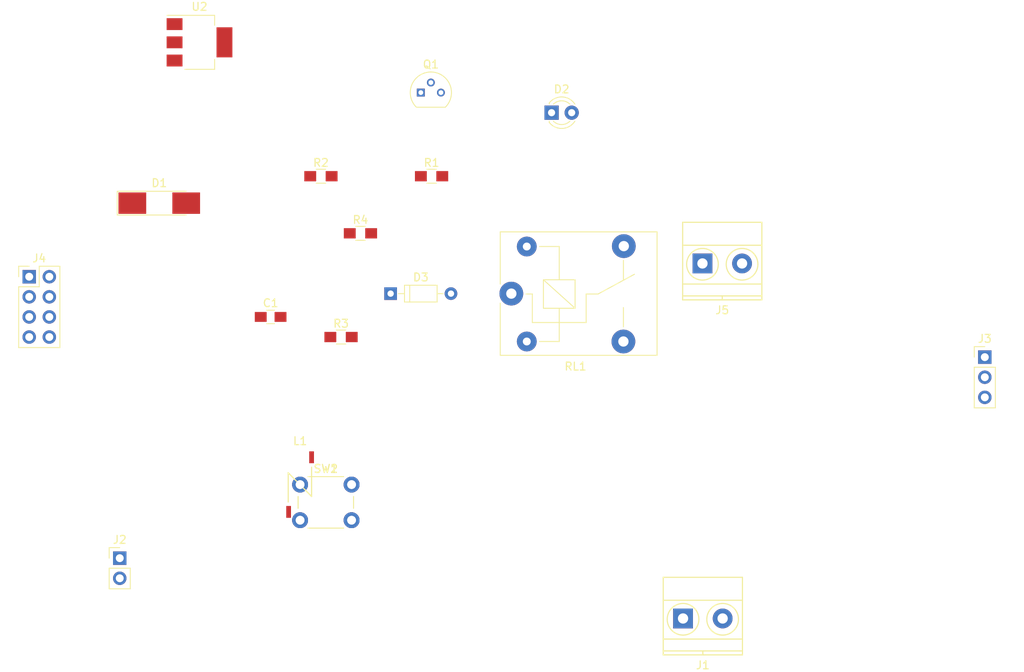
<source format=kicad_pcb>
(kicad_pcb (version 4) (host pcbnew 4.0.6)

  (general
    (links 33)
    (no_connects 31)
    (area 0 0 0 0)
    (thickness 1.6)
    (drawings 0)
    (tracks 0)
    (zones 0)
    (modules 19)
    (nets 18)
  )

  (page A4)
  (layers
    (0 F.Cu signal)
    (31 B.Cu signal)
    (32 B.Adhes user)
    (33 F.Adhes user)
    (34 B.Paste user)
    (35 F.Paste user)
    (36 B.SilkS user)
    (37 F.SilkS user)
    (38 B.Mask user)
    (39 F.Mask user)
    (40 Dwgs.User user)
    (41 Cmts.User user)
    (42 Eco1.User user)
    (43 Eco2.User user)
    (44 Edge.Cuts user)
    (45 Margin user)
    (46 B.CrtYd user)
    (47 F.CrtYd user)
    (48 B.Fab user)
    (49 F.Fab user)
  )

  (setup
    (last_trace_width 0.25)
    (trace_clearance 0.2)
    (zone_clearance 0.508)
    (zone_45_only no)
    (trace_min 0.2)
    (segment_width 0.2)
    (edge_width 0.15)
    (via_size 0.6)
    (via_drill 0.4)
    (via_min_size 0.4)
    (via_min_drill 0.3)
    (uvia_size 0.3)
    (uvia_drill 0.1)
    (uvias_allowed no)
    (uvia_min_size 0.2)
    (uvia_min_drill 0.1)
    (pcb_text_width 0.3)
    (pcb_text_size 1.5 1.5)
    (mod_edge_width 0.15)
    (mod_text_size 1 1)
    (mod_text_width 0.15)
    (pad_size 1.524 1.524)
    (pad_drill 0.762)
    (pad_to_mask_clearance 0.2)
    (aux_axis_origin 0 0)
    (visible_elements FFFFFF7F)
    (pcbplotparams
      (layerselection 0x00030_80000001)
      (usegerberextensions false)
      (excludeedgelayer true)
      (linewidth 0.100000)
      (plotframeref false)
      (viasonmask false)
      (mode 1)
      (useauxorigin false)
      (hpglpennumber 1)
      (hpglpenspeed 20)
      (hpglpendiameter 15)
      (hpglpenoverlay 2)
      (psnegative false)
      (psa4output false)
      (plotreference true)
      (plotvalue true)
      (plotinvisibletext false)
      (padsonsilk false)
      (subtractmaskfromsilk false)
      (outputformat 1)
      (mirror false)
      (drillshape 1)
      (scaleselection 1)
      (outputdirectory ""))
  )

  (net 0 "")
  (net 1 +3V3)
  (net 2 GND)
  (net 3 "Net-(D2-Pad1)")
  (net 4 "Net-(D2-Pad2)")
  (net 5 +5V)
  (net 6 AC_1)
  (net 7 AC_2)
  (net 8 Prog_Mod)
  (net 9 TX)
  (net 10 Relay_Activation)
  (net 11 "Net-(J4-Pad4)")
  (net 12 Reset)
  (net 13 RX)
  (net 14 "Net-(J5-Pad2)")
  (net 15 "Net-(L1-Pad1)")
  (net 16 "Net-(Q1-Pad2)")
  (net 17 "Net-(R4-Pad2)")

  (net_class Default "This is the default net class."
    (clearance 0.2)
    (trace_width 0.25)
    (via_dia 0.6)
    (via_drill 0.4)
    (uvia_dia 0.3)
    (uvia_drill 0.1)
    (add_net +3V3)
    (add_net +5V)
    (add_net AC_1)
    (add_net AC_2)
    (add_net GND)
    (add_net "Net-(D2-Pad1)")
    (add_net "Net-(D2-Pad2)")
    (add_net "Net-(J4-Pad4)")
    (add_net "Net-(J5-Pad2)")
    (add_net "Net-(L1-Pad1)")
    (add_net "Net-(Q1-Pad2)")
    (add_net "Net-(R4-Pad2)")
    (add_net Prog_Mod)
    (add_net RX)
    (add_net Relay_Activation)
    (add_net Reset)
    (add_net TX)
  )

  (module Capacitors_SMD:C_0805_HandSoldering (layer F.Cu) (tedit 58AA84A8) (tstamp 58FD0DA9)
    (at 147.32 111.76)
    (descr "Capacitor SMD 0805, hand soldering")
    (tags "capacitor 0805")
    (path /58FD05ED)
    (attr smd)
    (fp_text reference C1 (at 0 -1.75) (layer F.SilkS)
      (effects (font (size 1 1) (thickness 0.15)))
    )
    (fp_text value C_Small (at 0 1.75) (layer F.Fab)
      (effects (font (size 1 1) (thickness 0.15)))
    )
    (fp_text user %R (at 0 -1.75) (layer F.Fab)
      (effects (font (size 1 1) (thickness 0.15)))
    )
    (fp_line (start -1 0.62) (end -1 -0.62) (layer F.Fab) (width 0.1))
    (fp_line (start 1 0.62) (end -1 0.62) (layer F.Fab) (width 0.1))
    (fp_line (start 1 -0.62) (end 1 0.62) (layer F.Fab) (width 0.1))
    (fp_line (start -1 -0.62) (end 1 -0.62) (layer F.Fab) (width 0.1))
    (fp_line (start 0.5 -0.85) (end -0.5 -0.85) (layer F.SilkS) (width 0.12))
    (fp_line (start -0.5 0.85) (end 0.5 0.85) (layer F.SilkS) (width 0.12))
    (fp_line (start -2.25 -0.88) (end 2.25 -0.88) (layer F.CrtYd) (width 0.05))
    (fp_line (start -2.25 -0.88) (end -2.25 0.87) (layer F.CrtYd) (width 0.05))
    (fp_line (start 2.25 0.87) (end 2.25 -0.88) (layer F.CrtYd) (width 0.05))
    (fp_line (start 2.25 0.87) (end -2.25 0.87) (layer F.CrtYd) (width 0.05))
    (pad 1 smd rect (at -1.25 0) (size 1.5 1.25) (layers F.Cu F.Paste F.Mask)
      (net 1 +3V3))
    (pad 2 smd rect (at 1.25 0) (size 1.5 1.25) (layers F.Cu F.Paste F.Mask)
      (net 2 GND))
    (model Capacitors_SMD.3dshapes/C_0805.wrl
      (at (xyz 0 0 0))
      (scale (xyz 1 1 1))
      (rotate (xyz 0 0 0))
    )
  )

  (module Diodes_SMD:D_MELF_Handsoldering (layer F.Cu) (tedit 58643AF9) (tstamp 58FD0DAF)
    (at 133.2611 97.3836)
    (descr "Diode MELF Handsoldering")
    (tags "Diode MELF Handsoldering")
    (path /58FCFBCC)
    (attr smd)
    (fp_text reference D1 (at 0 -2.54) (layer F.SilkS)
      (effects (font (size 1 1) (thickness 0.15)))
    )
    (fp_text value D_Zener (at 0 3.81) (layer F.Fab)
      (effects (font (size 1 1) (thickness 0.15)))
    )
    (fp_line (start 3.4 -1.5) (end -5.3 -1.5) (layer F.SilkS) (width 0.12))
    (fp_line (start -5.3 -1.5) (end -5.3 1.5) (layer F.SilkS) (width 0.12))
    (fp_line (start -5.3 1.5) (end 3.4 1.5) (layer F.SilkS) (width 0.12))
    (fp_line (start 2.6 -1.3) (end -2.6 -1.3) (layer F.Fab) (width 0.1))
    (fp_line (start -2.6 -1.3) (end -2.6 1.3) (layer F.Fab) (width 0.1))
    (fp_line (start -2.6 1.3) (end 2.6 1.3) (layer F.Fab) (width 0.1))
    (fp_line (start 2.6 1.3) (end 2.6 -1.3) (layer F.Fab) (width 0.1))
    (fp_line (start -0.64944 0.00102) (end -1.55114 0.00102) (layer F.Fab) (width 0.1))
    (fp_line (start 0.50118 0.00102) (end 1.4994 0.00102) (layer F.Fab) (width 0.1))
    (fp_line (start -0.64944 -0.79908) (end -0.64944 0.80112) (layer F.Fab) (width 0.1))
    (fp_line (start 0.50118 0.75032) (end 0.50118 -0.79908) (layer F.Fab) (width 0.1))
    (fp_line (start -0.64944 0.00102) (end 0.50118 0.75032) (layer F.Fab) (width 0.1))
    (fp_line (start -0.64944 0.00102) (end 0.50118 -0.79908) (layer F.Fab) (width 0.1))
    (fp_line (start -5.4 -1.6) (end 5.4 -1.6) (layer F.CrtYd) (width 0.05))
    (fp_line (start 5.4 -1.6) (end 5.4 1.6) (layer F.CrtYd) (width 0.05))
    (fp_line (start 5.4 1.6) (end -5.4 1.6) (layer F.CrtYd) (width 0.05))
    (fp_line (start -5.4 1.6) (end -5.4 -1.6) (layer F.CrtYd) (width 0.05))
    (pad 1 smd rect (at -3.4 0) (size 3.5 2.7) (layers F.Cu F.Paste F.Mask)
      (net 1 +3V3))
    (pad 2 smd rect (at 3.4 0) (size 3.5 2.7) (layers F.Cu F.Paste F.Mask)
      (net 2 GND))
    (model Diodes_SMD.3dshapes/D_MELF_Handsoldering.wrl
      (at (xyz 0 0 0))
      (scale (xyz 0.3937 0.3937 0.3937))
      (rotate (xyz 0 0 180))
    )
  )

  (module LEDs:LED_D3.0mm (layer F.Cu) (tedit 587A3A7B) (tstamp 58FD0DB5)
    (at 182.7911 85.9536)
    (descr "LED, diameter 3.0mm, 2 pins")
    (tags "LED diameter 3.0mm 2 pins")
    (path /58D80BFA)
    (fp_text reference D2 (at 1.27 -2.96) (layer F.SilkS)
      (effects (font (size 1 1) (thickness 0.15)))
    )
    (fp_text value LED (at 1.27 2.96) (layer F.Fab)
      (effects (font (size 1 1) (thickness 0.15)))
    )
    (fp_arc (start 1.27 0) (end -0.23 -1.16619) (angle 284.3) (layer F.Fab) (width 0.1))
    (fp_arc (start 1.27 0) (end -0.29 -1.235516) (angle 108.8) (layer F.SilkS) (width 0.12))
    (fp_arc (start 1.27 0) (end -0.29 1.235516) (angle -108.8) (layer F.SilkS) (width 0.12))
    (fp_arc (start 1.27 0) (end 0.229039 -1.08) (angle 87.9) (layer F.SilkS) (width 0.12))
    (fp_arc (start 1.27 0) (end 0.229039 1.08) (angle -87.9) (layer F.SilkS) (width 0.12))
    (fp_circle (center 1.27 0) (end 2.77 0) (layer F.Fab) (width 0.1))
    (fp_line (start -0.23 -1.16619) (end -0.23 1.16619) (layer F.Fab) (width 0.1))
    (fp_line (start -0.29 -1.236) (end -0.29 -1.08) (layer F.SilkS) (width 0.12))
    (fp_line (start -0.29 1.08) (end -0.29 1.236) (layer F.SilkS) (width 0.12))
    (fp_line (start -1.15 -2.25) (end -1.15 2.25) (layer F.CrtYd) (width 0.05))
    (fp_line (start -1.15 2.25) (end 3.7 2.25) (layer F.CrtYd) (width 0.05))
    (fp_line (start 3.7 2.25) (end 3.7 -2.25) (layer F.CrtYd) (width 0.05))
    (fp_line (start 3.7 -2.25) (end -1.15 -2.25) (layer F.CrtYd) (width 0.05))
    (pad 1 thru_hole rect (at 0 0) (size 1.8 1.8) (drill 0.9) (layers *.Cu *.Mask)
      (net 3 "Net-(D2-Pad1)"))
    (pad 2 thru_hole circle (at 2.54 0) (size 1.8 1.8) (drill 0.9) (layers *.Cu *.Mask)
      (net 4 "Net-(D2-Pad2)"))
    (model LEDs.3dshapes/LED_D3.0mm.wrl
      (at (xyz 0 0 0))
      (scale (xyz 0.393701 0.393701 0.393701))
      (rotate (xyz 0 0 0))
    )
  )

  (module Diodes_THT:D_DO-35_SOD27_P7.62mm_Horizontal (layer F.Cu) (tedit 5877C982) (tstamp 58FD0DBB)
    (at 162.4711 108.8136)
    (descr "D, DO-35_SOD27 series, Axial, Horizontal, pin pitch=7.62mm, , length*diameter=4*2mm^2, , http://www.diodes.com/_files/packages/DO-35.pdf")
    (tags "D DO-35_SOD27 series Axial Horizontal pin pitch 7.62mm  length 4mm diameter 2mm")
    (path /58D80E6C)
    (fp_text reference D3 (at 3.81 -2.06) (layer F.SilkS)
      (effects (font (size 1 1) (thickness 0.15)))
    )
    (fp_text value 1N4148 (at 3.81 2.06) (layer F.Fab)
      (effects (font (size 1 1) (thickness 0.15)))
    )
    (fp_line (start 1.81 -1) (end 1.81 1) (layer F.Fab) (width 0.1))
    (fp_line (start 1.81 1) (end 5.81 1) (layer F.Fab) (width 0.1))
    (fp_line (start 5.81 1) (end 5.81 -1) (layer F.Fab) (width 0.1))
    (fp_line (start 5.81 -1) (end 1.81 -1) (layer F.Fab) (width 0.1))
    (fp_line (start 0 0) (end 1.81 0) (layer F.Fab) (width 0.1))
    (fp_line (start 7.62 0) (end 5.81 0) (layer F.Fab) (width 0.1))
    (fp_line (start 2.41 -1) (end 2.41 1) (layer F.Fab) (width 0.1))
    (fp_line (start 1.75 -1.06) (end 1.75 1.06) (layer F.SilkS) (width 0.12))
    (fp_line (start 1.75 1.06) (end 5.87 1.06) (layer F.SilkS) (width 0.12))
    (fp_line (start 5.87 1.06) (end 5.87 -1.06) (layer F.SilkS) (width 0.12))
    (fp_line (start 5.87 -1.06) (end 1.75 -1.06) (layer F.SilkS) (width 0.12))
    (fp_line (start 0.98 0) (end 1.75 0) (layer F.SilkS) (width 0.12))
    (fp_line (start 6.64 0) (end 5.87 0) (layer F.SilkS) (width 0.12))
    (fp_line (start 2.41 -1.06) (end 2.41 1.06) (layer F.SilkS) (width 0.12))
    (fp_line (start -1.05 -1.35) (end -1.05 1.35) (layer F.CrtYd) (width 0.05))
    (fp_line (start -1.05 1.35) (end 8.7 1.35) (layer F.CrtYd) (width 0.05))
    (fp_line (start 8.7 1.35) (end 8.7 -1.35) (layer F.CrtYd) (width 0.05))
    (fp_line (start 8.7 -1.35) (end -1.05 -1.35) (layer F.CrtYd) (width 0.05))
    (pad 1 thru_hole rect (at 0 0) (size 1.6 1.6) (drill 0.8) (layers *.Cu *.Mask)
      (net 5 +5V))
    (pad 2 thru_hole oval (at 7.62 0) (size 1.6 1.6) (drill 0.8) (layers *.Cu *.Mask)
      (net 3 "Net-(D2-Pad1)"))
    (model Diodes_THT.3dshapes/D_DO-35_SOD27_P7.62mm_Horizontal.wrl
      (at (xyz 0 0 0))
      (scale (xyz 0.393701 0.393701 0.393701))
      (rotate (xyz 0 0 0))
    )
  )

  (module Connectors_Terminal_Blocks:TerminalBlock_Pheonix_MKDS1.5-2pol (layer F.Cu) (tedit 563007E4) (tstamp 58FD0DC1)
    (at 199.39 149.86)
    (descr "2-way 5mm pitch terminal block, Phoenix MKDS series")
    (path /58FD694F)
    (fp_text reference J1 (at 2.5 5.9) (layer F.SilkS)
      (effects (font (size 1 1) (thickness 0.15)))
    )
    (fp_text value Screw_Terminal_1x02 (at 2.5 -6.6) (layer F.Fab)
      (effects (font (size 1 1) (thickness 0.15)))
    )
    (fp_line (start -2.7 -5.4) (end 7.7 -5.4) (layer F.CrtYd) (width 0.05))
    (fp_line (start -2.7 4.8) (end -2.7 -5.4) (layer F.CrtYd) (width 0.05))
    (fp_line (start 7.7 4.8) (end -2.7 4.8) (layer F.CrtYd) (width 0.05))
    (fp_line (start 7.7 -5.4) (end 7.7 4.8) (layer F.CrtYd) (width 0.05))
    (fp_line (start 2.5 4.1) (end 2.5 4.6) (layer F.SilkS) (width 0.15))
    (fp_circle (center 5 0.1) (end 3 0.1) (layer F.SilkS) (width 0.15))
    (fp_circle (center 0 0.1) (end 2 0.1) (layer F.SilkS) (width 0.15))
    (fp_line (start -2.5 2.6) (end 7.5 2.6) (layer F.SilkS) (width 0.15))
    (fp_line (start -2.5 -2.3) (end 7.5 -2.3) (layer F.SilkS) (width 0.15))
    (fp_line (start -2.5 4.1) (end 7.5 4.1) (layer F.SilkS) (width 0.15))
    (fp_line (start -2.5 4.6) (end 7.5 4.6) (layer F.SilkS) (width 0.15))
    (fp_line (start 7.5 4.6) (end 7.5 -5.2) (layer F.SilkS) (width 0.15))
    (fp_line (start 7.5 -5.2) (end -2.5 -5.2) (layer F.SilkS) (width 0.15))
    (fp_line (start -2.5 -5.2) (end -2.5 4.6) (layer F.SilkS) (width 0.15))
    (pad 1 thru_hole rect (at 0 0) (size 2.5 2.5) (drill 1.3) (layers *.Cu *.Mask)
      (net 6 AC_1))
    (pad 2 thru_hole circle (at 5 0) (size 2.5 2.5) (drill 1.3) (layers *.Cu *.Mask)
      (net 7 AC_2))
    (model Terminal_Blocks.3dshapes/TerminalBlock_Pheonix_MKDS1.5-2pol.wrl
      (at (xyz 0.0984 0 0))
      (scale (xyz 1 1 1))
      (rotate (xyz 0 0 0))
    )
  )

  (module Connectors_Terminal_Blocks:TerminalBlock_Pheonix_MKDS1.5-2pol (layer F.Cu) (tedit 563007E4) (tstamp 58FD0DDD)
    (at 201.8411 105.0036)
    (descr "2-way 5mm pitch terminal block, Phoenix MKDS series")
    (path /58FD62CF)
    (fp_text reference J5 (at 2.5 5.9) (layer F.SilkS)
      (effects (font (size 1 1) (thickness 0.15)))
    )
    (fp_text value Screw_Terminal_1x02 (at 2.5 -6.6) (layer F.Fab)
      (effects (font (size 1 1) (thickness 0.15)))
    )
    (fp_line (start -2.7 -5.4) (end 7.7 -5.4) (layer F.CrtYd) (width 0.05))
    (fp_line (start -2.7 4.8) (end -2.7 -5.4) (layer F.CrtYd) (width 0.05))
    (fp_line (start 7.7 4.8) (end -2.7 4.8) (layer F.CrtYd) (width 0.05))
    (fp_line (start 7.7 -5.4) (end 7.7 4.8) (layer F.CrtYd) (width 0.05))
    (fp_line (start 2.5 4.1) (end 2.5 4.6) (layer F.SilkS) (width 0.15))
    (fp_circle (center 5 0.1) (end 3 0.1) (layer F.SilkS) (width 0.15))
    (fp_circle (center 0 0.1) (end 2 0.1) (layer F.SilkS) (width 0.15))
    (fp_line (start -2.5 2.6) (end 7.5 2.6) (layer F.SilkS) (width 0.15))
    (fp_line (start -2.5 -2.3) (end 7.5 -2.3) (layer F.SilkS) (width 0.15))
    (fp_line (start -2.5 4.1) (end 7.5 4.1) (layer F.SilkS) (width 0.15))
    (fp_line (start -2.5 4.6) (end 7.5 4.6) (layer F.SilkS) (width 0.15))
    (fp_line (start 7.5 4.6) (end 7.5 -5.2) (layer F.SilkS) (width 0.15))
    (fp_line (start 7.5 -5.2) (end -2.5 -5.2) (layer F.SilkS) (width 0.15))
    (fp_line (start -2.5 -5.2) (end -2.5 4.6) (layer F.SilkS) (width 0.15))
    (pad 1 thru_hole rect (at 0 0) (size 2.5 2.5) (drill 1.3) (layers *.Cu *.Mask)
      (net 7 AC_2))
    (pad 2 thru_hole circle (at 5 0) (size 2.5 2.5) (drill 1.3) (layers *.Cu *.Mask)
      (net 14 "Net-(J5-Pad2)"))
    (model Terminal_Blocks.3dshapes/TerminalBlock_Pheonix_MKDS1.5-2pol.wrl
      (at (xyz 0.0984 0 0))
      (scale (xyz 1 1 1))
      (rotate (xyz 0 0 0))
    )
  )

  (module Air_Coils_SML_NEOSID:Neosid_Air-Coil_SML_1turn_HDM0131A (layer F.Cu) (tedit 56CA2F43) (tstamp 58FD0DE3)
    (at 151.0411 132.9436)
    (descr "Neosid, Air-Coil, SML, 1turn, HDM0131A,")
    (tags "Neosid Air-Coil SML 1turn HDM0131A")
    (path /58FCFA66)
    (attr smd)
    (fp_text reference L1 (at 0 -5.5) (layer F.SilkS)
      (effects (font (size 1 1) (thickness 0.15)))
    )
    (fp_text value L (at 0 5.5) (layer F.Fab)
      (effects (font (size 1 1) (thickness 0.15)))
    )
    (fp_line (start -0.9 4.45) (end -0.9 2) (layer F.CrtYd) (width 0.05))
    (fp_line (start -0.9 2) (end 2 2) (layer F.CrtYd) (width 0.05))
    (fp_line (start 2 2) (end 2 -4.45) (layer F.CrtYd) (width 0.05))
    (fp_line (start 2 -4.45) (end 0.9 -4.45) (layer F.CrtYd) (width 0.05))
    (fp_line (start 0.9 -4.45) (end 0.9 -2) (layer F.CrtYd) (width 0.05))
    (fp_line (start 0.9 -2) (end -2 -2) (layer F.CrtYd) (width 0.05))
    (fp_line (start -2 -2) (end -2 4.45) (layer F.CrtYd) (width 0.05))
    (fp_line (start -2 4.45) (end -0.9 4.45) (layer F.CrtYd) (width 0.05))
    (fp_line (start -1.5 -1.5) (end 1.45 1.5) (layer F.SilkS) (width 0.15))
    (fp_line (start -1.5 -1.5) (end -1.5 2.2) (layer F.SilkS) (width 0.15))
    (fp_line (start 1.45 1.5) (end 1.45 -2.2) (layer F.SilkS) (width 0.15))
    (pad 1 smd rect (at -1.45 3.45) (size 0.6 1.5) (layers F.Cu F.Paste F.Mask)
      (net 15 "Net-(L1-Pad1)"))
    (pad 2 smd rect (at 1.45 -3.45) (size 0.6 1.5) (layers F.Cu F.Paste F.Mask)
      (net 1 +3V3))
  )

  (module TO_SOT_Packages_THT:TO-92_Molded_Narrow (layer F.Cu) (tedit 58CE52AF) (tstamp 58FD0DEA)
    (at 166.2811 83.4136)
    (descr "TO-92 leads molded, narrow, drill 0.6mm (see NXP sot054_po.pdf)")
    (tags "to-92 sc-43 sc-43a sot54 PA33 transistor")
    (path /58D80B2A)
    (fp_text reference Q1 (at 1.27 -3.56) (layer F.SilkS)
      (effects (font (size 1 1) (thickness 0.15)))
    )
    (fp_text value BC548 (at 1.27 2.79) (layer F.Fab)
      (effects (font (size 1 1) (thickness 0.15)))
    )
    (fp_text user %R (at 1.27 -3.56) (layer F.Fab)
      (effects (font (size 1 1) (thickness 0.15)))
    )
    (fp_line (start -0.53 1.85) (end 3.07 1.85) (layer F.SilkS) (width 0.12))
    (fp_line (start -0.5 1.75) (end 3 1.75) (layer F.Fab) (width 0.1))
    (fp_line (start -1.46 -2.73) (end 4 -2.73) (layer F.CrtYd) (width 0.05))
    (fp_line (start -1.46 -2.73) (end -1.46 2.01) (layer F.CrtYd) (width 0.05))
    (fp_line (start 4 2.01) (end 4 -2.73) (layer F.CrtYd) (width 0.05))
    (fp_line (start 4 2.01) (end -1.46 2.01) (layer F.CrtYd) (width 0.05))
    (fp_arc (start 1.27 0) (end 1.27 -2.48) (angle 135) (layer F.Fab) (width 0.1))
    (fp_arc (start 1.27 0) (end 1.27 -2.6) (angle -135) (layer F.SilkS) (width 0.12))
    (fp_arc (start 1.27 0) (end 1.27 -2.48) (angle -135) (layer F.Fab) (width 0.1))
    (fp_arc (start 1.27 0) (end 1.27 -2.6) (angle 135) (layer F.SilkS) (width 0.12))
    (pad 2 thru_hole circle (at 1.27 -1.27 90) (size 1 1) (drill 0.6) (layers *.Cu *.Mask)
      (net 16 "Net-(Q1-Pad2)"))
    (pad 3 thru_hole circle (at 2.54 0 90) (size 1 1) (drill 0.6) (layers *.Cu *.Mask)
      (net 2 GND))
    (pad 1 thru_hole rect (at 0 0 90) (size 1 1) (drill 0.6) (layers *.Cu *.Mask)
      (net 3 "Net-(D2-Pad1)"))
    (model ${KISYS3DMOD}/TO_SOT_Packages_THT.3dshapes/TO-92_Molded_Narrow.wrl
      (at (xyz 0.05 0 0))
      (scale (xyz 1 1 1))
      (rotate (xyz 0 0 -90))
    )
  )

  (module Resistors_SMD:R_0805_HandSoldering (layer F.Cu) (tedit 58E0A804) (tstamp 58FD0DF0)
    (at 167.64 93.98)
    (descr "Resistor SMD 0805, hand soldering")
    (tags "resistor 0805")
    (path /58FD3B8B)
    (attr smd)
    (fp_text reference R1 (at 0 -1.7) (layer F.SilkS)
      (effects (font (size 1 1) (thickness 0.15)))
    )
    (fp_text value R_Small (at 0 1.75) (layer F.Fab)
      (effects (font (size 1 1) (thickness 0.15)))
    )
    (fp_text user %R (at 0 0) (layer F.Fab)
      (effects (font (size 0.5 0.5) (thickness 0.075)))
    )
    (fp_line (start -1 0.62) (end -1 -0.62) (layer F.Fab) (width 0.1))
    (fp_line (start 1 0.62) (end -1 0.62) (layer F.Fab) (width 0.1))
    (fp_line (start 1 -0.62) (end 1 0.62) (layer F.Fab) (width 0.1))
    (fp_line (start -1 -0.62) (end 1 -0.62) (layer F.Fab) (width 0.1))
    (fp_line (start 0.6 0.88) (end -0.6 0.88) (layer F.SilkS) (width 0.12))
    (fp_line (start -0.6 -0.88) (end 0.6 -0.88) (layer F.SilkS) (width 0.12))
    (fp_line (start -2.35 -0.9) (end 2.35 -0.9) (layer F.CrtYd) (width 0.05))
    (fp_line (start -2.35 -0.9) (end -2.35 0.9) (layer F.CrtYd) (width 0.05))
    (fp_line (start 2.35 0.9) (end 2.35 -0.9) (layer F.CrtYd) (width 0.05))
    (fp_line (start 2.35 0.9) (end -2.35 0.9) (layer F.CrtYd) (width 0.05))
    (pad 1 smd rect (at -1.35 0) (size 1.5 1.3) (layers F.Cu F.Paste F.Mask)
      (net 8 Prog_Mod))
    (pad 2 smd rect (at 1.35 0) (size 1.5 1.3) (layers F.Cu F.Paste F.Mask)
      (net 1 +3V3))
    (model ${KISYS3DMOD}/Resistors_SMD.3dshapes/R_0805.wrl
      (at (xyz 0 0 0))
      (scale (xyz 1 1 1))
      (rotate (xyz 0 0 0))
    )
  )

  (module Resistors_SMD:R_0805_HandSoldering (layer F.Cu) (tedit 58E0A804) (tstamp 58FD0DF6)
    (at 153.67 93.98)
    (descr "Resistor SMD 0805, hand soldering")
    (tags "resistor 0805")
    (path /58FD1294)
    (attr smd)
    (fp_text reference R2 (at 0 -1.7) (layer F.SilkS)
      (effects (font (size 1 1) (thickness 0.15)))
    )
    (fp_text value R_Small (at 0 1.75) (layer F.Fab)
      (effects (font (size 1 1) (thickness 0.15)))
    )
    (fp_text user %R (at 0 0) (layer F.Fab)
      (effects (font (size 0.5 0.5) (thickness 0.075)))
    )
    (fp_line (start -1 0.62) (end -1 -0.62) (layer F.Fab) (width 0.1))
    (fp_line (start 1 0.62) (end -1 0.62) (layer F.Fab) (width 0.1))
    (fp_line (start 1 -0.62) (end 1 0.62) (layer F.Fab) (width 0.1))
    (fp_line (start -1 -0.62) (end 1 -0.62) (layer F.Fab) (width 0.1))
    (fp_line (start 0.6 0.88) (end -0.6 0.88) (layer F.SilkS) (width 0.12))
    (fp_line (start -0.6 -0.88) (end 0.6 -0.88) (layer F.SilkS) (width 0.12))
    (fp_line (start -2.35 -0.9) (end 2.35 -0.9) (layer F.CrtYd) (width 0.05))
    (fp_line (start -2.35 -0.9) (end -2.35 0.9) (layer F.CrtYd) (width 0.05))
    (fp_line (start 2.35 0.9) (end 2.35 -0.9) (layer F.CrtYd) (width 0.05))
    (fp_line (start 2.35 0.9) (end -2.35 0.9) (layer F.CrtYd) (width 0.05))
    (pad 1 smd rect (at -1.35 0) (size 1.5 1.3) (layers F.Cu F.Paste F.Mask)
      (net 1 +3V3))
    (pad 2 smd rect (at 1.35 0) (size 1.5 1.3) (layers F.Cu F.Paste F.Mask)
      (net 11 "Net-(J4-Pad4)"))
    (model ${KISYS3DMOD}/Resistors_SMD.3dshapes/R_0805.wrl
      (at (xyz 0 0 0))
      (scale (xyz 1 1 1))
      (rotate (xyz 0 0 0))
    )
  )

  (module Resistors_SMD:R_0805_HandSoldering (layer F.Cu) (tedit 58E0A804) (tstamp 58FD0DFC)
    (at 156.21 114.3)
    (descr "Resistor SMD 0805, hand soldering")
    (tags "resistor 0805")
    (path /58FD4C8F)
    (attr smd)
    (fp_text reference R3 (at 0 -1.7) (layer F.SilkS)
      (effects (font (size 1 1) (thickness 0.15)))
    )
    (fp_text value R_Small (at 0 1.75) (layer F.Fab)
      (effects (font (size 1 1) (thickness 0.15)))
    )
    (fp_text user %R (at 0 0) (layer F.Fab)
      (effects (font (size 0.5 0.5) (thickness 0.075)))
    )
    (fp_line (start -1 0.62) (end -1 -0.62) (layer F.Fab) (width 0.1))
    (fp_line (start 1 0.62) (end -1 0.62) (layer F.Fab) (width 0.1))
    (fp_line (start 1 -0.62) (end 1 0.62) (layer F.Fab) (width 0.1))
    (fp_line (start -1 -0.62) (end 1 -0.62) (layer F.Fab) (width 0.1))
    (fp_line (start 0.6 0.88) (end -0.6 0.88) (layer F.SilkS) (width 0.12))
    (fp_line (start -0.6 -0.88) (end 0.6 -0.88) (layer F.SilkS) (width 0.12))
    (fp_line (start -2.35 -0.9) (end 2.35 -0.9) (layer F.CrtYd) (width 0.05))
    (fp_line (start -2.35 -0.9) (end -2.35 0.9) (layer F.CrtYd) (width 0.05))
    (fp_line (start 2.35 0.9) (end 2.35 -0.9) (layer F.CrtYd) (width 0.05))
    (fp_line (start 2.35 0.9) (end -2.35 0.9) (layer F.CrtYd) (width 0.05))
    (pad 1 smd rect (at -1.35 0) (size 1.5 1.3) (layers F.Cu F.Paste F.Mask)
      (net 16 "Net-(Q1-Pad2)"))
    (pad 2 smd rect (at 1.35 0) (size 1.5 1.3) (layers F.Cu F.Paste F.Mask)
      (net 10 Relay_Activation))
    (model ${KISYS3DMOD}/Resistors_SMD.3dshapes/R_0805.wrl
      (at (xyz 0 0 0))
      (scale (xyz 1 1 1))
      (rotate (xyz 0 0 0))
    )
  )

  (module Resistors_SMD:R_0805_HandSoldering (layer F.Cu) (tedit 58E0A804) (tstamp 58FD0E02)
    (at 158.6611 101.1936)
    (descr "Resistor SMD 0805, hand soldering")
    (tags "resistor 0805")
    (path /58D80C69)
    (attr smd)
    (fp_text reference R4 (at 0 -1.7) (layer F.SilkS)
      (effects (font (size 1 1) (thickness 0.15)))
    )
    (fp_text value R (at 0 1.75) (layer F.Fab)
      (effects (font (size 1 1) (thickness 0.15)))
    )
    (fp_text user %R (at 0 0) (layer F.Fab)
      (effects (font (size 0.5 0.5) (thickness 0.075)))
    )
    (fp_line (start -1 0.62) (end -1 -0.62) (layer F.Fab) (width 0.1))
    (fp_line (start 1 0.62) (end -1 0.62) (layer F.Fab) (width 0.1))
    (fp_line (start 1 -0.62) (end 1 0.62) (layer F.Fab) (width 0.1))
    (fp_line (start -1 -0.62) (end 1 -0.62) (layer F.Fab) (width 0.1))
    (fp_line (start 0.6 0.88) (end -0.6 0.88) (layer F.SilkS) (width 0.12))
    (fp_line (start -0.6 -0.88) (end 0.6 -0.88) (layer F.SilkS) (width 0.12))
    (fp_line (start -2.35 -0.9) (end 2.35 -0.9) (layer F.CrtYd) (width 0.05))
    (fp_line (start -2.35 -0.9) (end -2.35 0.9) (layer F.CrtYd) (width 0.05))
    (fp_line (start 2.35 0.9) (end 2.35 -0.9) (layer F.CrtYd) (width 0.05))
    (fp_line (start 2.35 0.9) (end -2.35 0.9) (layer F.CrtYd) (width 0.05))
    (pad 1 smd rect (at -1.35 0) (size 1.5 1.3) (layers F.Cu F.Paste F.Mask)
      (net 4 "Net-(D2-Pad2)"))
    (pad 2 smd rect (at 1.35 0) (size 1.5 1.3) (layers F.Cu F.Paste F.Mask)
      (net 17 "Net-(R4-Pad2)"))
    (model ${KISYS3DMOD}/Resistors_SMD.3dshapes/R_0805.wrl
      (at (xyz 0 0 0))
      (scale (xyz 1 1 1))
      (rotate (xyz 0 0 0))
    )
  )

  (module Relays_THT:Relay_SPDT_SANYOU_SRD_Series_Form_C (layer F.Cu) (tedit 58FA3148) (tstamp 58FD0E0B)
    (at 177.7111 108.8136)
    (descr "relay Sanyou SRD series Form C http://www.sanyourelay.ca/public/products/pdf/SRD.pdf")
    (tags "relay Sanyu SRD form C")
    (path /58D80E9F)
    (fp_text reference RL1 (at 8.1 9.2) (layer F.SilkS)
      (effects (font (size 1 1) (thickness 0.15)))
    )
    (fp_text value FINDER-36.11.4001 (at 8 -9.6) (layer F.Fab)
      (effects (font (size 1 1) (thickness 0.15)))
    )
    (fp_line (start -1.4 1.2) (end -1.4 7.8) (layer F.SilkS) (width 0.12))
    (fp_line (start -1.4 -7.8) (end -1.4 -1.2) (layer F.SilkS) (width 0.12))
    (fp_line (start -1.4 -7.8) (end 18.4 -7.8) (layer F.SilkS) (width 0.12))
    (fp_line (start 18.4 -7.8) (end 18.4 7.8) (layer F.SilkS) (width 0.12))
    (fp_line (start 18.4 7.8) (end -1.4 7.8) (layer F.SilkS) (width 0.12))
    (fp_text user 1 (at 0 -2.3) (layer F.Fab)
      (effects (font (size 1 1) (thickness 0.15)))
    )
    (fp_line (start -1.3 -7.7) (end 18.3 -7.7) (layer F.Fab) (width 0.12))
    (fp_line (start 18.3 -7.7) (end 18.3 7.7) (layer F.Fab) (width 0.12))
    (fp_line (start 18.3 7.7) (end -1.3 7.7) (layer F.Fab) (width 0.12))
    (fp_line (start -1.3 7.7) (end -1.3 -7.7) (layer F.Fab) (width 0.12))
    (fp_text user %R (at 7.1 0.025) (layer F.Fab)
      (effects (font (size 1 1) (thickness 0.15)))
    )
    (fp_line (start 18.55 -7.95) (end -1.55 -7.95) (layer F.CrtYd) (width 0.05))
    (fp_line (start -1.55 7.95) (end -1.55 -7.95) (layer F.CrtYd) (width 0.05))
    (fp_line (start 18.55 -7.95) (end 18.55 7.95) (layer F.CrtYd) (width 0.05))
    (fp_line (start -1.55 7.95) (end 18.55 7.95) (layer F.CrtYd) (width 0.05))
    (fp_line (start 14.15 4.2) (end 14.15 1.75) (layer F.SilkS) (width 0.12))
    (fp_line (start 14.15 -4.2) (end 14.15 -1.7) (layer F.SilkS) (width 0.12))
    (fp_line (start 3.55 6.05) (end 6.05 6.05) (layer F.SilkS) (width 0.12))
    (fp_line (start 2.65 0.05) (end 1.85 0.05) (layer F.SilkS) (width 0.12))
    (fp_line (start 6.05 -5.95) (end 3.55 -5.95) (layer F.SilkS) (width 0.12))
    (fp_line (start 9.45 0.05) (end 10.95 0.05) (layer F.SilkS) (width 0.12))
    (fp_line (start 10.95 0.05) (end 15.55 -2.45) (layer F.SilkS) (width 0.12))
    (fp_line (start 9.45 3.65) (end 2.65 3.65) (layer F.SilkS) (width 0.12))
    (fp_line (start 9.45 0.05) (end 9.45 3.65) (layer F.SilkS) (width 0.12))
    (fp_line (start 2.65 0.05) (end 2.65 3.65) (layer F.SilkS) (width 0.12))
    (fp_line (start 6.05 -5.95) (end 6.05 -1.75) (layer F.SilkS) (width 0.12))
    (fp_line (start 6.05 1.85) (end 6.05 6.05) (layer F.SilkS) (width 0.12))
    (fp_line (start 8.05 1.85) (end 4.05 -1.75) (layer F.SilkS) (width 0.12))
    (fp_line (start 4.05 1.85) (end 4.05 -1.75) (layer F.SilkS) (width 0.12))
    (fp_line (start 4.05 -1.75) (end 8.05 -1.75) (layer F.SilkS) (width 0.12))
    (fp_line (start 8.05 -1.75) (end 8.05 1.85) (layer F.SilkS) (width 0.12))
    (fp_line (start 8.05 1.85) (end 4.05 1.85) (layer F.SilkS) (width 0.12))
    (pad 2 thru_hole circle (at 1.95 6.05 90) (size 2.5 2.5) (drill 1) (layers *.Cu *.Mask))
    (pad 3 thru_hole circle (at 14.15 6.05 90) (size 3 3) (drill 1.3) (layers *.Cu *.Mask))
    (pad 4 thru_hole circle (at 14.2 -6 90) (size 3 3) (drill 1.3) (layers *.Cu *.Mask))
    (pad 5 thru_hole circle (at 1.95 -5.95 90) (size 2.5 2.5) (drill 1) (layers *.Cu *.Mask))
    (pad 1 thru_hole circle (at 0 0 90) (size 3 3) (drill 1.3) (layers *.Cu *.Mask))
    (model ${KISYS3DMOD}/Relays_THT.3dshapes/Relay_SPDT_SANYOU_SRD_Series_Form_C.wrl
      (at (xyz 0 0 0))
      (scale (xyz 1 1 1))
      (rotate (xyz 0 0 0))
    )
  )

  (module Buttons_Switches_THT:SW_PUSH_6mm (layer F.Cu) (tedit 58134C96) (tstamp 58FD0E13)
    (at 151.0411 132.9436)
    (descr https://www.omron.com/ecb/products/pdf/en-b3f.pdf)
    (tags "tact sw push 6mm")
    (path /58FD1564)
    (fp_text reference SW1 (at 3.25 -2) (layer F.SilkS)
      (effects (font (size 1 1) (thickness 0.15)))
    )
    (fp_text value SW_Push_Dual (at 3.75 6.7) (layer F.Fab)
      (effects (font (size 1 1) (thickness 0.15)))
    )
    (fp_line (start 3.25 -0.75) (end 6.25 -0.75) (layer F.Fab) (width 0.1))
    (fp_line (start 6.25 -0.75) (end 6.25 5.25) (layer F.Fab) (width 0.1))
    (fp_line (start 6.25 5.25) (end 0.25 5.25) (layer F.Fab) (width 0.1))
    (fp_line (start 0.25 5.25) (end 0.25 -0.75) (layer F.Fab) (width 0.1))
    (fp_line (start 0.25 -0.75) (end 3.25 -0.75) (layer F.Fab) (width 0.1))
    (fp_line (start 7.75 6) (end 8 6) (layer F.CrtYd) (width 0.05))
    (fp_line (start 8 6) (end 8 5.75) (layer F.CrtYd) (width 0.05))
    (fp_line (start 7.75 -1.5) (end 8 -1.5) (layer F.CrtYd) (width 0.05))
    (fp_line (start 8 -1.5) (end 8 -1.25) (layer F.CrtYd) (width 0.05))
    (fp_line (start -1.5 -1.25) (end -1.5 -1.5) (layer F.CrtYd) (width 0.05))
    (fp_line (start -1.5 -1.5) (end -1.25 -1.5) (layer F.CrtYd) (width 0.05))
    (fp_line (start -1.5 5.75) (end -1.5 6) (layer F.CrtYd) (width 0.05))
    (fp_line (start -1.5 6) (end -1.25 6) (layer F.CrtYd) (width 0.05))
    (fp_line (start -1.25 -1.5) (end 7.75 -1.5) (layer F.CrtYd) (width 0.05))
    (fp_line (start -1.5 5.75) (end -1.5 -1.25) (layer F.CrtYd) (width 0.05))
    (fp_line (start 7.75 6) (end -1.25 6) (layer F.CrtYd) (width 0.05))
    (fp_line (start 8 -1.25) (end 8 5.75) (layer F.CrtYd) (width 0.05))
    (fp_line (start 1 5.5) (end 5.5 5.5) (layer F.SilkS) (width 0.12))
    (fp_line (start -0.25 1.5) (end -0.25 3) (layer F.SilkS) (width 0.12))
    (fp_line (start 5.5 -1) (end 1 -1) (layer F.SilkS) (width 0.12))
    (fp_line (start 6.75 3) (end 6.75 1.5) (layer F.SilkS) (width 0.12))
    (fp_circle (center 3.25 2.25) (end 1.25 2.5) (layer F.Fab) (width 0.1))
    (pad 2 thru_hole circle (at 0 4.5 90) (size 2 2) (drill 1.1) (layers *.Cu *.Mask)
      (net 12 Reset))
    (pad 1 thru_hole circle (at 0 0 90) (size 2 2) (drill 1.1) (layers *.Cu *.Mask)
      (net 2 GND))
    (pad 2 thru_hole circle (at 6.5 4.5 90) (size 2 2) (drill 1.1) (layers *.Cu *.Mask)
      (net 12 Reset))
    (pad 1 thru_hole circle (at 6.5 0 90) (size 2 2) (drill 1.1) (layers *.Cu *.Mask)
      (net 2 GND))
    (model Buttons_Switches_THT.3dshapes/SW_PUSH_6mm.wrl
      (at (xyz 0.005 0 0))
      (scale (xyz 0.3937 0.3937 0.3937))
      (rotate (xyz 0 0 0))
    )
  )

  (module Buttons_Switches_THT:SW_PUSH_6mm (layer F.Cu) (tedit 58134C96) (tstamp 58FD0E1B)
    (at 151.0411 132.9436)
    (descr https://www.omron.com/ecb/products/pdf/en-b3f.pdf)
    (tags "tact sw push 6mm")
    (path /58FD1781)
    (fp_text reference SW2 (at 3.25 -2) (layer F.SilkS)
      (effects (font (size 1 1) (thickness 0.15)))
    )
    (fp_text value SW_Push_Dual (at 3.75 6.7) (layer F.Fab)
      (effects (font (size 1 1) (thickness 0.15)))
    )
    (fp_line (start 3.25 -0.75) (end 6.25 -0.75) (layer F.Fab) (width 0.1))
    (fp_line (start 6.25 -0.75) (end 6.25 5.25) (layer F.Fab) (width 0.1))
    (fp_line (start 6.25 5.25) (end 0.25 5.25) (layer F.Fab) (width 0.1))
    (fp_line (start 0.25 5.25) (end 0.25 -0.75) (layer F.Fab) (width 0.1))
    (fp_line (start 0.25 -0.75) (end 3.25 -0.75) (layer F.Fab) (width 0.1))
    (fp_line (start 7.75 6) (end 8 6) (layer F.CrtYd) (width 0.05))
    (fp_line (start 8 6) (end 8 5.75) (layer F.CrtYd) (width 0.05))
    (fp_line (start 7.75 -1.5) (end 8 -1.5) (layer F.CrtYd) (width 0.05))
    (fp_line (start 8 -1.5) (end 8 -1.25) (layer F.CrtYd) (width 0.05))
    (fp_line (start -1.5 -1.25) (end -1.5 -1.5) (layer F.CrtYd) (width 0.05))
    (fp_line (start -1.5 -1.5) (end -1.25 -1.5) (layer F.CrtYd) (width 0.05))
    (fp_line (start -1.5 5.75) (end -1.5 6) (layer F.CrtYd) (width 0.05))
    (fp_line (start -1.5 6) (end -1.25 6) (layer F.CrtYd) (width 0.05))
    (fp_line (start -1.25 -1.5) (end 7.75 -1.5) (layer F.CrtYd) (width 0.05))
    (fp_line (start -1.5 5.75) (end -1.5 -1.25) (layer F.CrtYd) (width 0.05))
    (fp_line (start 7.75 6) (end -1.25 6) (layer F.CrtYd) (width 0.05))
    (fp_line (start 8 -1.25) (end 8 5.75) (layer F.CrtYd) (width 0.05))
    (fp_line (start 1 5.5) (end 5.5 5.5) (layer F.SilkS) (width 0.12))
    (fp_line (start -0.25 1.5) (end -0.25 3) (layer F.SilkS) (width 0.12))
    (fp_line (start 5.5 -1) (end 1 -1) (layer F.SilkS) (width 0.12))
    (fp_line (start 6.75 3) (end 6.75 1.5) (layer F.SilkS) (width 0.12))
    (fp_circle (center 3.25 2.25) (end 1.25 2.5) (layer F.Fab) (width 0.1))
    (pad 2 thru_hole circle (at 0 4.5 90) (size 2 2) (drill 1.1) (layers *.Cu *.Mask)
      (net 8 Prog_Mod))
    (pad 1 thru_hole circle (at 0 0 90) (size 2 2) (drill 1.1) (layers *.Cu *.Mask)
      (net 2 GND))
    (pad 2 thru_hole circle (at 6.5 4.5 90) (size 2 2) (drill 1.1) (layers *.Cu *.Mask)
      (net 8 Prog_Mod))
    (pad 1 thru_hole circle (at 6.5 0 90) (size 2 2) (drill 1.1) (layers *.Cu *.Mask)
      (net 2 GND))
    (model Buttons_Switches_THT.3dshapes/SW_PUSH_6mm.wrl
      (at (xyz 0.005 0 0))
      (scale (xyz 0.3937 0.3937 0.3937))
      (rotate (xyz 0 0 0))
    )
  )

  (module TO_SOT_Packages_SMD:SOT-223 (layer F.Cu) (tedit 58CE4E7E) (tstamp 58FD0E23)
    (at 138.3411 77.0636)
    (descr "module CMS SOT223 4 pins")
    (tags "CMS SOT")
    (path /58FCF9F3)
    (attr smd)
    (fp_text reference U2 (at 0 -4.5) (layer F.SilkS)
      (effects (font (size 1 1) (thickness 0.15)))
    )
    (fp_text value LM1117-3.3 (at 0 4.5) (layer F.Fab)
      (effects (font (size 1 1) (thickness 0.15)))
    )
    (fp_text user %R (at 0 0) (layer F.Fab)
      (effects (font (size 0.8 0.8) (thickness 0.12)))
    )
    (fp_line (start -1.85 -2.3) (end -0.8 -3.35) (layer F.Fab) (width 0.1))
    (fp_line (start 1.91 3.41) (end 1.91 2.15) (layer F.SilkS) (width 0.12))
    (fp_line (start 1.91 -3.41) (end 1.91 -2.15) (layer F.SilkS) (width 0.12))
    (fp_line (start 4.4 -3.6) (end -4.4 -3.6) (layer F.CrtYd) (width 0.05))
    (fp_line (start 4.4 3.6) (end 4.4 -3.6) (layer F.CrtYd) (width 0.05))
    (fp_line (start -4.4 3.6) (end 4.4 3.6) (layer F.CrtYd) (width 0.05))
    (fp_line (start -4.4 -3.6) (end -4.4 3.6) (layer F.CrtYd) (width 0.05))
    (fp_line (start -1.85 -2.3) (end -1.85 3.35) (layer F.Fab) (width 0.1))
    (fp_line (start -1.85 3.41) (end 1.91 3.41) (layer F.SilkS) (width 0.12))
    (fp_line (start -0.8 -3.35) (end 1.85 -3.35) (layer F.Fab) (width 0.1))
    (fp_line (start -4.1 -3.41) (end 1.91 -3.41) (layer F.SilkS) (width 0.12))
    (fp_line (start -1.85 3.35) (end 1.85 3.35) (layer F.Fab) (width 0.1))
    (fp_line (start 1.85 -3.35) (end 1.85 3.35) (layer F.Fab) (width 0.1))
    (pad 4 smd rect (at 3.15 0) (size 2 3.8) (layers F.Cu F.Paste F.Mask)
      (net 15 "Net-(L1-Pad1)"))
    (pad 2 smd rect (at -3.15 0) (size 2 1.5) (layers F.Cu F.Paste F.Mask)
      (net 15 "Net-(L1-Pad1)"))
    (pad 3 smd rect (at -3.15 2.3) (size 2 1.5) (layers F.Cu F.Paste F.Mask)
      (net 5 +5V))
    (pad 1 smd rect (at -3.15 -2.3) (size 2 1.5) (layers F.Cu F.Paste F.Mask)
      (net 2 GND))
    (model ${KISYS3DMOD}/TO_SOT_Packages_SMD.3dshapes/SOT-223.wrl
      (at (xyz 0 0 0))
      (scale (xyz 1 1 1))
      (rotate (xyz 0 0 0))
    )
  )

  (module Pin_Headers:Pin_Header_Straight_2x04_Pitch2.54mm (layer F.Cu) (tedit 58CD4EC5) (tstamp 58FD10EC)
    (at 116.84 106.68)
    (descr "Through hole straight pin header, 2x04, 2.54mm pitch, double rows")
    (tags "Through hole pin header THT 2x04 2.54mm double row")
    (path /58D80B87)
    (fp_text reference J4 (at 1.27 -2.33) (layer F.SilkS)
      (effects (font (size 1 1) (thickness 0.15)))
    )
    (fp_text value CONN_02X04 (at 1.27 9.95) (layer F.Fab)
      (effects (font (size 1 1) (thickness 0.15)))
    )
    (fp_line (start -1.27 -1.27) (end -1.27 8.89) (layer F.Fab) (width 0.1))
    (fp_line (start -1.27 8.89) (end 3.81 8.89) (layer F.Fab) (width 0.1))
    (fp_line (start 3.81 8.89) (end 3.81 -1.27) (layer F.Fab) (width 0.1))
    (fp_line (start 3.81 -1.27) (end -1.27 -1.27) (layer F.Fab) (width 0.1))
    (fp_line (start -1.33 1.27) (end -1.33 8.95) (layer F.SilkS) (width 0.12))
    (fp_line (start -1.33 8.95) (end 3.87 8.95) (layer F.SilkS) (width 0.12))
    (fp_line (start 3.87 8.95) (end 3.87 -1.33) (layer F.SilkS) (width 0.12))
    (fp_line (start 3.87 -1.33) (end 1.27 -1.33) (layer F.SilkS) (width 0.12))
    (fp_line (start 1.27 -1.33) (end 1.27 1.27) (layer F.SilkS) (width 0.12))
    (fp_line (start 1.27 1.27) (end -1.33 1.27) (layer F.SilkS) (width 0.12))
    (fp_line (start -1.33 0) (end -1.33 -1.33) (layer F.SilkS) (width 0.12))
    (fp_line (start -1.33 -1.33) (end 0 -1.33) (layer F.SilkS) (width 0.12))
    (fp_line (start -1.8 -1.8) (end -1.8 9.4) (layer F.CrtYd) (width 0.05))
    (fp_line (start -1.8 9.4) (end 4.35 9.4) (layer F.CrtYd) (width 0.05))
    (fp_line (start 4.35 9.4) (end 4.35 -1.8) (layer F.CrtYd) (width 0.05))
    (fp_line (start 4.35 -1.8) (end -1.8 -1.8) (layer F.CrtYd) (width 0.05))
    (fp_text user %R (at 1.27 -2.33) (layer F.Fab)
      (effects (font (size 1 1) (thickness 0.15)))
    )
    (pad 1 thru_hole rect (at 0 0) (size 1.7 1.7) (drill 1) (layers *.Cu *.Mask)
      (net 2 GND))
    (pad 2 thru_hole oval (at 2.54 0) (size 1.7 1.7) (drill 1) (layers *.Cu *.Mask)
      (net 9 TX))
    (pad 3 thru_hole oval (at 0 2.54) (size 1.7 1.7) (drill 1) (layers *.Cu *.Mask)
      (net 10 Relay_Activation))
    (pad 4 thru_hole oval (at 2.54 2.54) (size 1.7 1.7) (drill 1) (layers *.Cu *.Mask)
      (net 11 "Net-(J4-Pad4)"))
    (pad 5 thru_hole oval (at 0 5.08) (size 1.7 1.7) (drill 1) (layers *.Cu *.Mask)
      (net 8 Prog_Mod))
    (pad 6 thru_hole oval (at 2.54 5.08) (size 1.7 1.7) (drill 1) (layers *.Cu *.Mask)
      (net 12 Reset))
    (pad 7 thru_hole oval (at 0 7.62) (size 1.7 1.7) (drill 1) (layers *.Cu *.Mask)
      (net 13 RX))
    (pad 8 thru_hole oval (at 2.54 7.62) (size 1.7 1.7) (drill 1) (layers *.Cu *.Mask)
      (net 1 +3V3))
    (model ${KISYS3DMOD}/Pin_Headers.3dshapes/Pin_Header_Straight_2x04_Pitch2.54mm.wrl
      (at (xyz 0.05 -0.15 0))
      (scale (xyz 1 1 1))
      (rotate (xyz 0 0 90))
    )
  )

  (module Pin_Headers:Pin_Header_Straight_1x02_Pitch2.54mm (layer F.Cu) (tedit 58CD4EC1) (tstamp 58FD119C)
    (at 128.27 142.24)
    (descr "Through hole straight pin header, 1x02, 2.54mm pitch, single row")
    (tags "Through hole pin header THT 1x02 2.54mm single row")
    (path /58FD2F75)
    (fp_text reference J2 (at 0 -2.33) (layer F.SilkS)
      (effects (font (size 1 1) (thickness 0.15)))
    )
    (fp_text value CONN_01X02 (at 0 4.87) (layer F.Fab)
      (effects (font (size 1 1) (thickness 0.15)))
    )
    (fp_line (start -1.27 -1.27) (end -1.27 3.81) (layer F.Fab) (width 0.1))
    (fp_line (start -1.27 3.81) (end 1.27 3.81) (layer F.Fab) (width 0.1))
    (fp_line (start 1.27 3.81) (end 1.27 -1.27) (layer F.Fab) (width 0.1))
    (fp_line (start 1.27 -1.27) (end -1.27 -1.27) (layer F.Fab) (width 0.1))
    (fp_line (start -1.33 1.27) (end -1.33 3.87) (layer F.SilkS) (width 0.12))
    (fp_line (start -1.33 3.87) (end 1.33 3.87) (layer F.SilkS) (width 0.12))
    (fp_line (start 1.33 3.87) (end 1.33 1.27) (layer F.SilkS) (width 0.12))
    (fp_line (start 1.33 1.27) (end -1.33 1.27) (layer F.SilkS) (width 0.12))
    (fp_line (start -1.33 0) (end -1.33 -1.33) (layer F.SilkS) (width 0.12))
    (fp_line (start -1.33 -1.33) (end 0 -1.33) (layer F.SilkS) (width 0.12))
    (fp_line (start -1.8 -1.8) (end -1.8 4.35) (layer F.CrtYd) (width 0.05))
    (fp_line (start -1.8 4.35) (end 1.8 4.35) (layer F.CrtYd) (width 0.05))
    (fp_line (start 1.8 4.35) (end 1.8 -1.8) (layer F.CrtYd) (width 0.05))
    (fp_line (start 1.8 -1.8) (end -1.8 -1.8) (layer F.CrtYd) (width 0.05))
    (fp_text user %R (at 0 -2.33) (layer F.Fab)
      (effects (font (size 1 1) (thickness 0.15)))
    )
    (pad 1 thru_hole rect (at 0 0) (size 1.7 1.7) (drill 1) (layers *.Cu *.Mask)
      (net 8 Prog_Mod))
    (pad 2 thru_hole oval (at 0 2.54) (size 1.7 1.7) (drill 1) (layers *.Cu *.Mask)
      (net 2 GND))
    (model ${KISYS3DMOD}/Pin_Headers.3dshapes/Pin_Header_Straight_1x02_Pitch2.54mm.wrl
      (at (xyz 0 -0.05 0))
      (scale (xyz 1 1 1))
      (rotate (xyz 0 0 90))
    )
  )

  (module Pin_Headers:Pin_Header_Straight_1x03_Pitch2.54mm (layer F.Cu) (tedit 58CD4EC1) (tstamp 58FD11A3)
    (at 237.49 116.84)
    (descr "Through hole straight pin header, 1x03, 2.54mm pitch, single row")
    (tags "Through hole pin header THT 1x03 2.54mm single row")
    (path /58FD3A22)
    (fp_text reference J3 (at 0 -2.33) (layer F.SilkS)
      (effects (font (size 1 1) (thickness 0.15)))
    )
    (fp_text value CONN_01X03 (at 0 7.41) (layer F.Fab)
      (effects (font (size 1 1) (thickness 0.15)))
    )
    (fp_line (start -1.27 -1.27) (end -1.27 6.35) (layer F.Fab) (width 0.1))
    (fp_line (start -1.27 6.35) (end 1.27 6.35) (layer F.Fab) (width 0.1))
    (fp_line (start 1.27 6.35) (end 1.27 -1.27) (layer F.Fab) (width 0.1))
    (fp_line (start 1.27 -1.27) (end -1.27 -1.27) (layer F.Fab) (width 0.1))
    (fp_line (start -1.33 1.27) (end -1.33 6.41) (layer F.SilkS) (width 0.12))
    (fp_line (start -1.33 6.41) (end 1.33 6.41) (layer F.SilkS) (width 0.12))
    (fp_line (start 1.33 6.41) (end 1.33 1.27) (layer F.SilkS) (width 0.12))
    (fp_line (start 1.33 1.27) (end -1.33 1.27) (layer F.SilkS) (width 0.12))
    (fp_line (start -1.33 0) (end -1.33 -1.33) (layer F.SilkS) (width 0.12))
    (fp_line (start -1.33 -1.33) (end 0 -1.33) (layer F.SilkS) (width 0.12))
    (fp_line (start -1.8 -1.8) (end -1.8 6.85) (layer F.CrtYd) (width 0.05))
    (fp_line (start -1.8 6.85) (end 1.8 6.85) (layer F.CrtYd) (width 0.05))
    (fp_line (start 1.8 6.85) (end 1.8 -1.8) (layer F.CrtYd) (width 0.05))
    (fp_line (start 1.8 -1.8) (end -1.8 -1.8) (layer F.CrtYd) (width 0.05))
    (fp_text user %R (at 0 -2.33) (layer F.Fab)
      (effects (font (size 1 1) (thickness 0.15)))
    )
    (pad 1 thru_hole rect (at 0 0) (size 1.7 1.7) (drill 1) (layers *.Cu *.Mask)
      (net 9 TX))
    (pad 2 thru_hole oval (at 0 2.54) (size 1.7 1.7) (drill 1) (layers *.Cu *.Mask)
      (net 13 RX))
    (pad 3 thru_hole oval (at 0 5.08) (size 1.7 1.7) (drill 1) (layers *.Cu *.Mask)
      (net 2 GND))
    (model ${KISYS3DMOD}/Pin_Headers.3dshapes/Pin_Header_Straight_1x03_Pitch2.54mm.wrl
      (at (xyz 0 -0.1 0))
      (scale (xyz 1 1 1))
      (rotate (xyz 0 0 90))
    )
  )

)

</source>
